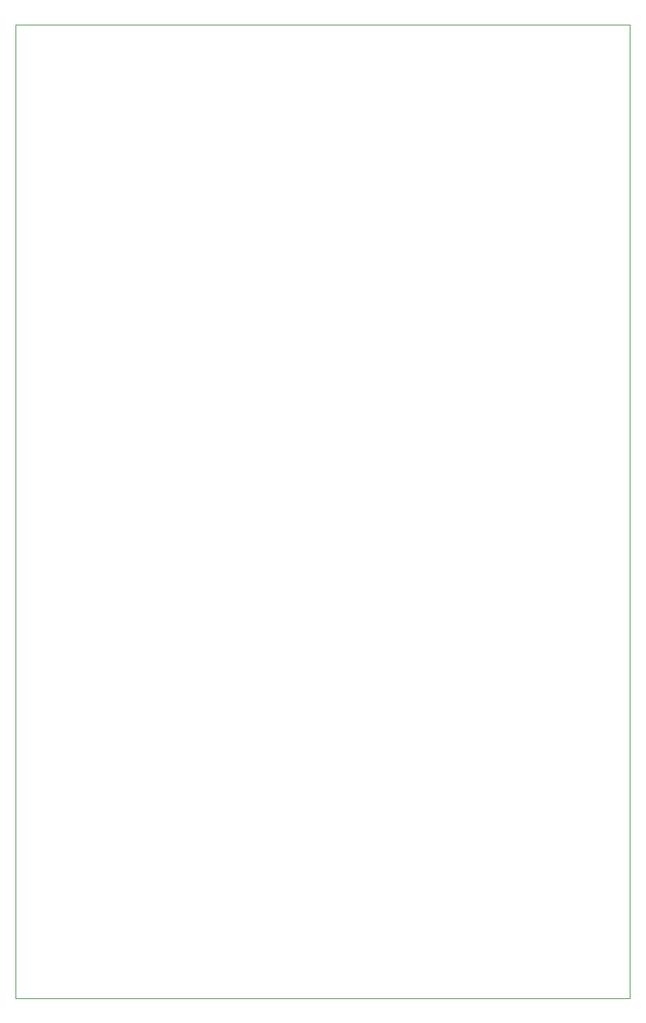
<source format=gbr>
%TF.GenerationSoftware,KiCad,Pcbnew,6.0.2+dfsg-1*%
%TF.CreationDate,2022-10-09T18:24:27+02:00*%
%TF.ProjectId,can_middle,63616e5f-6d69-4646-946c-652e6b696361,rev?*%
%TF.SameCoordinates,Original*%
%TF.FileFunction,Profile,NP*%
%FSLAX46Y46*%
G04 Gerber Fmt 4.6, Leading zero omitted, Abs format (unit mm)*
G04 Created by KiCad (PCBNEW 6.0.2+dfsg-1) date 2022-10-09 18:24:27*
%MOMM*%
%LPD*%
G01*
G04 APERTURE LIST*
%TA.AperFunction,Profile*%
%ADD10C,0.100000*%
%TD*%
G04 APERTURE END LIST*
D10*
X129540000Y-60960000D02*
X203200000Y-60960000D01*
X203200000Y-60960000D02*
X203200000Y-177800000D01*
X203200000Y-177800000D02*
X129540000Y-177800000D01*
X129540000Y-177800000D02*
X129540000Y-60960000D01*
M02*

</source>
